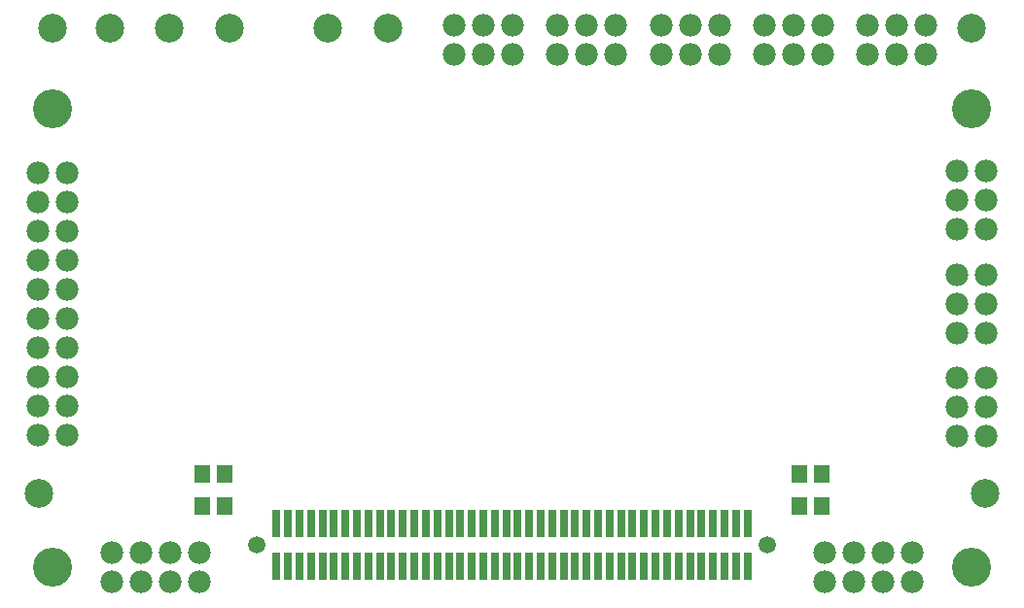
<source format=gbs>
G75*
G70*
%OFA0B0*%
%FSLAX24Y24*%
%IPPOS*%
%LPD*%
%AMOC8*
5,1,8,0,0,1.08239X$1,22.5*
%
%ADD10C,0.1339*%
%ADD11C,0.0985*%
%ADD12R,0.0552X0.0631*%
%ADD13R,0.0276X0.0946*%
%ADD14C,0.0591*%
%ADD15C,0.0780*%
D10*
X002109Y002111D03*
X002109Y017859D03*
X033605Y017859D03*
X033605Y002111D03*
D11*
X034077Y004670D03*
X033605Y020615D03*
X013605Y020615D03*
X011557Y020615D03*
X008171Y020615D03*
X006124Y020615D03*
X004077Y020615D03*
X002109Y020615D03*
X001636Y004670D03*
D12*
X007246Y004237D03*
X007994Y004237D03*
X007994Y005339D03*
X007246Y005339D03*
X027719Y005339D03*
X028467Y005339D03*
X028467Y004237D03*
X027719Y004237D03*
D13*
X025927Y003627D03*
X025534Y003627D03*
X025140Y003627D03*
X024746Y003627D03*
X024353Y003627D03*
X023959Y003627D03*
X023565Y003627D03*
X023171Y003627D03*
X022778Y003627D03*
X022384Y003627D03*
X021990Y003627D03*
X021597Y003627D03*
X021203Y003627D03*
X020809Y003627D03*
X020416Y003627D03*
X020022Y003627D03*
X019628Y003627D03*
X019234Y003627D03*
X018841Y003627D03*
X018447Y003627D03*
X018053Y003627D03*
X017660Y003627D03*
X017266Y003627D03*
X016872Y003627D03*
X016479Y003627D03*
X016085Y003627D03*
X015691Y003627D03*
X015297Y003627D03*
X014904Y003627D03*
X014510Y003627D03*
X014116Y003627D03*
X013723Y003627D03*
X013329Y003627D03*
X012935Y003627D03*
X012542Y003627D03*
X012148Y003627D03*
X011754Y003627D03*
X011360Y003627D03*
X010967Y003627D03*
X010573Y003627D03*
X010179Y003627D03*
X009786Y003627D03*
X009786Y002170D03*
X010179Y002170D03*
X010573Y002170D03*
X010967Y002170D03*
X011360Y002170D03*
X011754Y002170D03*
X012148Y002170D03*
X012542Y002170D03*
X012935Y002170D03*
X013329Y002170D03*
X013723Y002170D03*
X014116Y002170D03*
X014510Y002170D03*
X014904Y002170D03*
X015297Y002170D03*
X015691Y002170D03*
X016085Y002170D03*
X016479Y002170D03*
X016872Y002170D03*
X017266Y002170D03*
X017660Y002170D03*
X018053Y002170D03*
X018447Y002170D03*
X018841Y002170D03*
X019234Y002170D03*
X019628Y002170D03*
X020022Y002170D03*
X020416Y002170D03*
X020809Y002170D03*
X021203Y002170D03*
X021597Y002170D03*
X021990Y002170D03*
X022384Y002170D03*
X022778Y002170D03*
X023171Y002170D03*
X023565Y002170D03*
X023959Y002170D03*
X024353Y002170D03*
X024746Y002170D03*
X025140Y002170D03*
X025534Y002170D03*
X025927Y002170D03*
D14*
X026597Y002898D03*
X026597Y002898D03*
X009116Y002898D03*
X009116Y002898D03*
D15*
X007152Y002611D03*
X006152Y002611D03*
X005152Y002611D03*
X004152Y002611D03*
X004152Y001611D03*
X005152Y001611D03*
X006152Y001611D03*
X007152Y001611D03*
X002609Y006666D03*
X001609Y006666D03*
X001609Y007666D03*
X002609Y007666D03*
X002609Y008666D03*
X001609Y008666D03*
X001609Y009666D03*
X002609Y009666D03*
X002609Y010666D03*
X001609Y010666D03*
X001609Y011666D03*
X002609Y011666D03*
X002609Y012666D03*
X001609Y012666D03*
X001609Y013666D03*
X002609Y013666D03*
X002609Y014666D03*
X001609Y014666D03*
X001609Y015666D03*
X002609Y015666D03*
X015872Y019721D03*
X016872Y019721D03*
X017872Y019721D03*
X017872Y020721D03*
X016872Y020721D03*
X015872Y020721D03*
X019416Y020721D03*
X020416Y020721D03*
X021416Y020721D03*
X021416Y019721D03*
X020416Y019721D03*
X019416Y019721D03*
X022959Y019721D03*
X023959Y019721D03*
X024959Y019721D03*
X024959Y020721D03*
X023959Y020721D03*
X022959Y020721D03*
X026502Y020721D03*
X027502Y020721D03*
X028502Y020721D03*
X028502Y019721D03*
X027502Y019721D03*
X026502Y019721D03*
X030046Y019721D03*
X031046Y019721D03*
X032046Y019721D03*
X032046Y020721D03*
X031046Y020721D03*
X030046Y020721D03*
X033105Y015709D03*
X034105Y015709D03*
X034105Y014709D03*
X033105Y014709D03*
X033105Y013709D03*
X034105Y013709D03*
X034105Y012166D03*
X033105Y012166D03*
X033105Y011166D03*
X034105Y011166D03*
X034105Y010166D03*
X033105Y010166D03*
X033105Y008623D03*
X034105Y008623D03*
X034105Y007623D03*
X033105Y007623D03*
X033105Y006623D03*
X034105Y006623D03*
X031561Y002611D03*
X030561Y002611D03*
X029561Y002611D03*
X028561Y002611D03*
X028561Y001611D03*
X029561Y001611D03*
X030561Y001611D03*
X031561Y001611D03*
M02*

</source>
